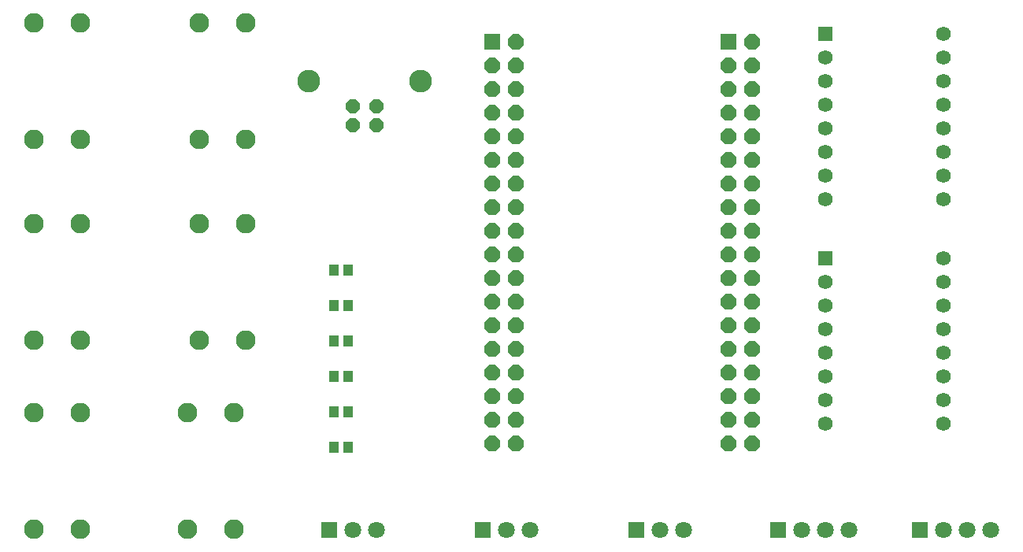
<source format=gbr>
G04 EAGLE Gerber RS-274X export*
G75*
%MOMM*%
%FSLAX34Y34*%
%LPD*%
%INSoldermask Top*%
%IPPOS*%
%AMOC8*
5,1,8,0,0,1.08239X$1,22.5*%
G01*
%ADD10R,1.102359X1.183641*%
%ADD11C,2.112400*%
%ADD12R,1.676400X1.676400*%
%ADD13P,1.814519X8X292.500000*%
%ADD14R,1.580400X1.580400*%
%ADD15C,1.580400*%
%ADD16R,1.803400X1.803400*%
%ADD17C,1.803400*%
%ADD18P,1.604535X8X202.500000*%
%ADD19C,2.452400*%


D10*
X449199Y304800D03*
X465201Y304800D03*
D11*
X355200Y483600D03*
X305200Y483600D03*
X305200Y608600D03*
X355200Y608600D03*
D12*
X619500Y588600D03*
D13*
X644900Y588600D03*
X619500Y563200D03*
X644900Y563200D03*
X619500Y537800D03*
X644900Y537800D03*
X619500Y512400D03*
X644900Y512400D03*
X619500Y487000D03*
X644900Y487000D03*
X619500Y461600D03*
X644900Y461600D03*
X619500Y436200D03*
X644900Y436200D03*
X619500Y410800D03*
X644900Y410800D03*
X619500Y385400D03*
X644900Y385400D03*
X619500Y360000D03*
X644900Y360000D03*
X619500Y334600D03*
X644900Y334600D03*
X619500Y309200D03*
X644900Y309200D03*
X619500Y283800D03*
X644900Y283800D03*
X619500Y258400D03*
X644900Y258400D03*
X619500Y233000D03*
X644900Y233000D03*
X619500Y207600D03*
X644900Y207600D03*
X619500Y182200D03*
X644900Y182200D03*
X619500Y156800D03*
X644900Y156800D03*
D12*
X873500Y588600D03*
D13*
X898900Y588600D03*
X873500Y563200D03*
X898900Y563200D03*
X873500Y537800D03*
X898900Y537800D03*
X873500Y512400D03*
X898900Y512400D03*
X873500Y487000D03*
X898900Y487000D03*
X873500Y461600D03*
X898900Y461600D03*
X873500Y436200D03*
X898900Y436200D03*
X873500Y410800D03*
X898900Y410800D03*
X873500Y385400D03*
X898900Y385400D03*
X873500Y360000D03*
X898900Y360000D03*
X873500Y334600D03*
X898900Y334600D03*
X873500Y309200D03*
X898900Y309200D03*
X873500Y283800D03*
X898900Y283800D03*
X873500Y258400D03*
X898900Y258400D03*
X873500Y233000D03*
X898900Y233000D03*
X873500Y207600D03*
X898900Y207600D03*
X873500Y182200D03*
X898900Y182200D03*
X873500Y156800D03*
X898900Y156800D03*
D14*
X977900Y596900D03*
D15*
X977900Y571500D03*
X977900Y546100D03*
X977900Y520700D03*
X977900Y495300D03*
X977900Y469900D03*
X977900Y444500D03*
X977900Y419100D03*
X1104900Y419100D03*
X1104900Y444500D03*
X1104900Y469900D03*
X1104900Y495300D03*
X1104900Y520700D03*
X1104900Y546100D03*
X1104900Y571500D03*
X1104900Y596900D03*
D16*
X609600Y63500D03*
D17*
X635000Y63500D03*
X660400Y63500D03*
D16*
X444500Y63500D03*
D17*
X469900Y63500D03*
X495300Y63500D03*
D16*
X774700Y63500D03*
D17*
X800100Y63500D03*
X825500Y63500D03*
D11*
X355200Y267700D03*
X305200Y267700D03*
X305200Y392700D03*
X355200Y392700D03*
D10*
X449199Y342900D03*
X465201Y342900D03*
D11*
X342500Y64500D03*
X292500Y64500D03*
X292500Y189500D03*
X342500Y189500D03*
D10*
X449199Y266700D03*
X465201Y266700D03*
D11*
X177400Y483600D03*
X127400Y483600D03*
X127400Y608600D03*
X177400Y608600D03*
D10*
X449199Y228600D03*
X465201Y228600D03*
D11*
X177400Y267700D03*
X127400Y267700D03*
X127400Y392700D03*
X177400Y392700D03*
D10*
X449199Y190500D03*
X465201Y190500D03*
D11*
X177400Y64500D03*
X127400Y64500D03*
X127400Y189500D03*
X177400Y189500D03*
D10*
X449199Y152400D03*
X465201Y152400D03*
D16*
X1079500Y63500D03*
D17*
X1104900Y63500D03*
X1130300Y63500D03*
X1155700Y63500D03*
D14*
X977900Y355600D03*
D15*
X977900Y330200D03*
X977900Y304800D03*
X977900Y279400D03*
X977900Y254000D03*
X977900Y228600D03*
X977900Y203200D03*
X977900Y177800D03*
X1104900Y177800D03*
X1104900Y203200D03*
X1104900Y228600D03*
X1104900Y254000D03*
X1104900Y279400D03*
X1104900Y304800D03*
X1104900Y330200D03*
X1104900Y355600D03*
D16*
X927100Y63500D03*
D17*
X952500Y63500D03*
X977900Y63500D03*
X1003300Y63500D03*
D18*
X470100Y499000D03*
X495100Y499000D03*
X495100Y519000D03*
X470100Y519000D03*
D19*
X542800Y546100D03*
X422400Y546100D03*
M02*

</source>
